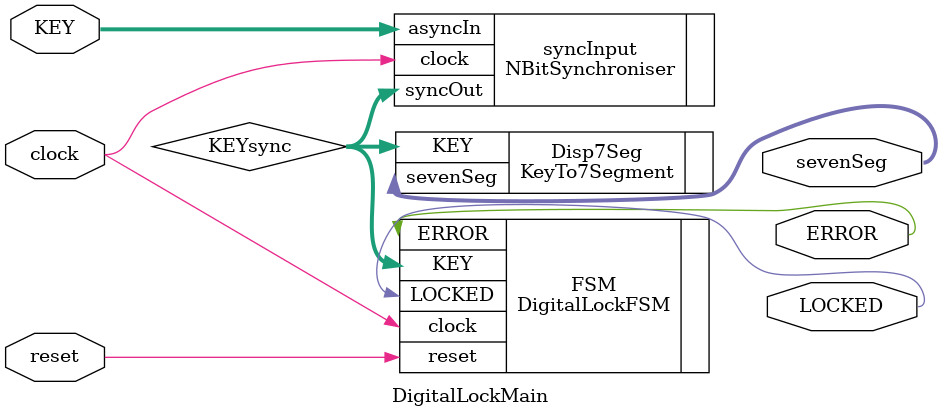
<source format=v>
module DigitalLockMain (
	input clock, 
	input reset,
	input [3:0] KEY,

	output LOCKED,
	output ERROR,
	output [6:0] sevenSeg
); 

wire [3:0] KEYsync;

NBitSynchroniser #(
	.WIDTH (4),
	.LENGTH (2)
) syncInput (
	.asyncIn (KEY),
	.clock (clock),
	.syncOut (KEYsync)
);

DigitalLockFSM FSM (
	.clock (clock), 
	.reset (reset),
	.KEY (KEYsync),

	.LOCKED (LOCKED),
	.ERROR (ERROR)
	//.pass	//unused in final module
);

KeyTo7Segment Disp7Seg (
	.KEY (KEYsync),
	
	.sevenSeg (sevenSeg)
);

endmodule

</source>
